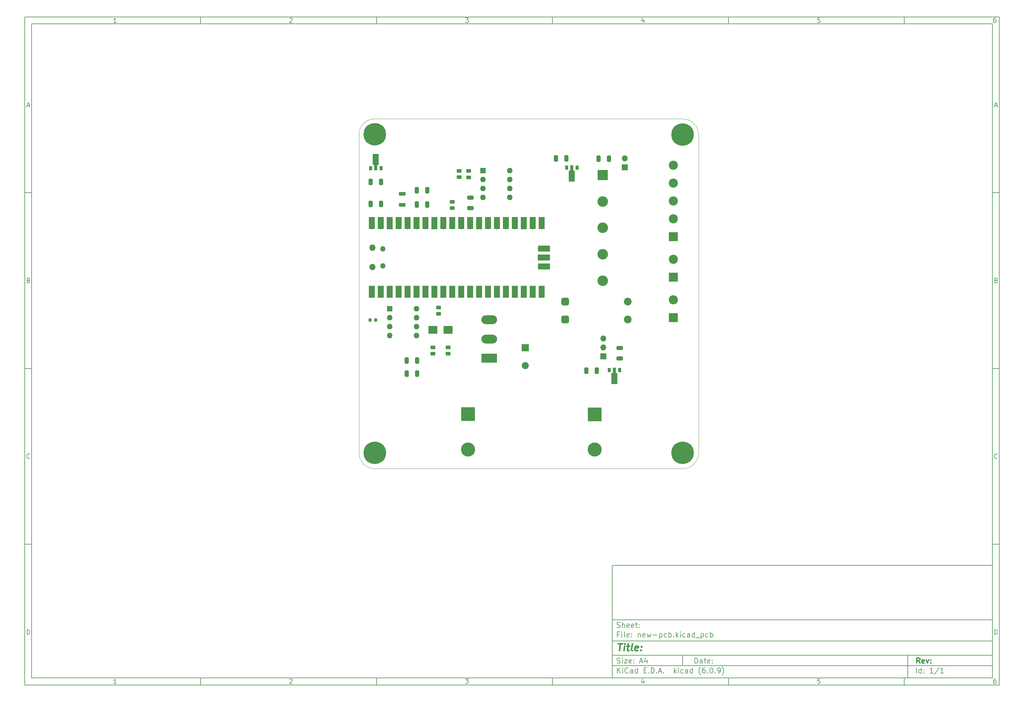
<source format=gbr>
%TF.GenerationSoftware,KiCad,Pcbnew,(6.0.9)*%
%TF.CreationDate,2022-12-24T03:55:53+03:00*%
%TF.ProjectId,new-pcb,6e65772d-7063-4622-9e6b-696361645f70,rev?*%
%TF.SameCoordinates,Original*%
%TF.FileFunction,Soldermask,Top*%
%TF.FilePolarity,Negative*%
%FSLAX46Y46*%
G04 Gerber Fmt 4.6, Leading zero omitted, Abs format (unit mm)*
G04 Created by KiCad (PCBNEW (6.0.9)) date 2022-12-24 03:55:53*
%MOMM*%
%LPD*%
G01*
G04 APERTURE LIST*
G04 Aperture macros list*
%AMRoundRect*
0 Rectangle with rounded corners*
0 $1 Rounding radius*
0 $2 $3 $4 $5 $6 $7 $8 $9 X,Y pos of 4 corners*
0 Add a 4 corners polygon primitive as box body*
4,1,4,$2,$3,$4,$5,$6,$7,$8,$9,$2,$3,0*
0 Add four circle primitives for the rounded corners*
1,1,$1+$1,$2,$3*
1,1,$1+$1,$4,$5*
1,1,$1+$1,$6,$7*
1,1,$1+$1,$8,$9*
0 Add four rect primitives between the rounded corners*
20,1,$1+$1,$2,$3,$4,$5,0*
20,1,$1+$1,$4,$5,$6,$7,0*
20,1,$1+$1,$6,$7,$8,$9,0*
20,1,$1+$1,$8,$9,$2,$3,0*%
%AMFreePoly0*
4,1,9,3.862500,-0.866500,0.737500,-0.866500,0.737500,-0.450000,-0.737500,-0.450000,-0.737500,0.450000,0.737500,0.450000,0.737500,0.866500,3.862500,0.866500,3.862500,-0.866500,3.862500,-0.866500,$1*%
G04 Aperture macros list end*
%ADD10C,0.100000*%
%ADD11C,0.150000*%
%ADD12C,0.300000*%
%ADD13C,0.400000*%
%TA.AperFunction,Profile*%
%ADD14C,0.100000*%
%TD*%
%ADD15R,2.600000X2.600000*%
%ADD16C,2.600000*%
%ADD17O,4.500000X2.500000*%
%ADD18R,4.500000X2.500000*%
%ADD19R,2.000000X2.000000*%
%ADD20O,2.000000X2.000000*%
%ADD21R,1.700000X1.700000*%
%ADD22O,1.700000X1.700000*%
%ADD23RoundRect,0.250000X-0.325000X-0.650000X0.325000X-0.650000X0.325000X0.650000X-0.325000X0.650000X0*%
%ADD24C,6.400000*%
%ADD25RoundRect,0.250000X0.325000X0.650000X-0.325000X0.650000X-0.325000X-0.650000X0.325000X-0.650000X0*%
%ADD26RoundRect,0.250000X-0.450000X0.262500X-0.450000X-0.262500X0.450000X-0.262500X0.450000X0.262500X0*%
%ADD27R,4.000000X4.000000*%
%ADD28C,4.000000*%
%ADD29R,3.500000X1.700000*%
%ADD30R,1.700000X3.500000*%
%ADD31O,1.800000X1.800000*%
%ADD32O,1.500000X1.500000*%
%ADD33RoundRect,0.250000X0.650000X-0.325000X0.650000X0.325000X-0.650000X0.325000X-0.650000X-0.325000X0*%
%ADD34C,2.200000*%
%ADD35RoundRect,0.550000X-0.550000X-0.550000X0.550000X-0.550000X0.550000X0.550000X-0.550000X0.550000X0*%
%ADD36RoundRect,0.250000X0.450000X-0.262500X0.450000X0.262500X-0.450000X0.262500X-0.450000X-0.262500X0*%
%ADD37R,0.900000X1.300000*%
%ADD38FreePoly0,90.000000*%
%ADD39O,1.600000X1.600000*%
%ADD40R,1.600000X1.600000*%
%ADD41RoundRect,0.250000X-0.650000X0.325000X-0.650000X-0.325000X0.650000X-0.325000X0.650000X0.325000X0*%
%ADD42R,2.500000X2.300000*%
%ADD43C,3.000000*%
%ADD44R,3.000000X3.000000*%
%ADD45FreePoly0,270.000000*%
%ADD46RoundRect,0.250000X0.700000X-0.275000X0.700000X0.275000X-0.700000X0.275000X-0.700000X-0.275000X0*%
%ADD47RoundRect,0.200000X-0.200000X-0.275000X0.200000X-0.275000X0.200000X0.275000X-0.200000X0.275000X0*%
G04 APERTURE END LIST*
D10*
D11*
X177002200Y-166007200D02*
X177002200Y-198007200D01*
X285002200Y-198007200D01*
X285002200Y-166007200D01*
X177002200Y-166007200D01*
D10*
D11*
X10000000Y-10000000D02*
X10000000Y-200007200D01*
X287002200Y-200007200D01*
X287002200Y-10000000D01*
X10000000Y-10000000D01*
D10*
D11*
X12000000Y-12000000D02*
X12000000Y-198007200D01*
X285002200Y-198007200D01*
X285002200Y-12000000D01*
X12000000Y-12000000D01*
D10*
D11*
X60000000Y-12000000D02*
X60000000Y-10000000D01*
D10*
D11*
X110000000Y-12000000D02*
X110000000Y-10000000D01*
D10*
D11*
X160000000Y-12000000D02*
X160000000Y-10000000D01*
D10*
D11*
X210000000Y-12000000D02*
X210000000Y-10000000D01*
D10*
D11*
X260000000Y-12000000D02*
X260000000Y-10000000D01*
D10*
D11*
X36065476Y-11588095D02*
X35322619Y-11588095D01*
X35694047Y-11588095D02*
X35694047Y-10288095D01*
X35570238Y-10473809D01*
X35446428Y-10597619D01*
X35322619Y-10659523D01*
D10*
D11*
X85322619Y-10411904D02*
X85384523Y-10350000D01*
X85508333Y-10288095D01*
X85817857Y-10288095D01*
X85941666Y-10350000D01*
X86003571Y-10411904D01*
X86065476Y-10535714D01*
X86065476Y-10659523D01*
X86003571Y-10845238D01*
X85260714Y-11588095D01*
X86065476Y-11588095D01*
D10*
D11*
X135260714Y-10288095D02*
X136065476Y-10288095D01*
X135632142Y-10783333D01*
X135817857Y-10783333D01*
X135941666Y-10845238D01*
X136003571Y-10907142D01*
X136065476Y-11030952D01*
X136065476Y-11340476D01*
X136003571Y-11464285D01*
X135941666Y-11526190D01*
X135817857Y-11588095D01*
X135446428Y-11588095D01*
X135322619Y-11526190D01*
X135260714Y-11464285D01*
D10*
D11*
X185941666Y-10721428D02*
X185941666Y-11588095D01*
X185632142Y-10226190D02*
X185322619Y-11154761D01*
X186127380Y-11154761D01*
D10*
D11*
X236003571Y-10288095D02*
X235384523Y-10288095D01*
X235322619Y-10907142D01*
X235384523Y-10845238D01*
X235508333Y-10783333D01*
X235817857Y-10783333D01*
X235941666Y-10845238D01*
X236003571Y-10907142D01*
X236065476Y-11030952D01*
X236065476Y-11340476D01*
X236003571Y-11464285D01*
X235941666Y-11526190D01*
X235817857Y-11588095D01*
X235508333Y-11588095D01*
X235384523Y-11526190D01*
X235322619Y-11464285D01*
D10*
D11*
X285941666Y-10288095D02*
X285694047Y-10288095D01*
X285570238Y-10350000D01*
X285508333Y-10411904D01*
X285384523Y-10597619D01*
X285322619Y-10845238D01*
X285322619Y-11340476D01*
X285384523Y-11464285D01*
X285446428Y-11526190D01*
X285570238Y-11588095D01*
X285817857Y-11588095D01*
X285941666Y-11526190D01*
X286003571Y-11464285D01*
X286065476Y-11340476D01*
X286065476Y-11030952D01*
X286003571Y-10907142D01*
X285941666Y-10845238D01*
X285817857Y-10783333D01*
X285570238Y-10783333D01*
X285446428Y-10845238D01*
X285384523Y-10907142D01*
X285322619Y-11030952D01*
D10*
D11*
X60000000Y-198007200D02*
X60000000Y-200007200D01*
D10*
D11*
X110000000Y-198007200D02*
X110000000Y-200007200D01*
D10*
D11*
X160000000Y-198007200D02*
X160000000Y-200007200D01*
D10*
D11*
X210000000Y-198007200D02*
X210000000Y-200007200D01*
D10*
D11*
X260000000Y-198007200D02*
X260000000Y-200007200D01*
D10*
D11*
X36065476Y-199595295D02*
X35322619Y-199595295D01*
X35694047Y-199595295D02*
X35694047Y-198295295D01*
X35570238Y-198481009D01*
X35446428Y-198604819D01*
X35322619Y-198666723D01*
D10*
D11*
X85322619Y-198419104D02*
X85384523Y-198357200D01*
X85508333Y-198295295D01*
X85817857Y-198295295D01*
X85941666Y-198357200D01*
X86003571Y-198419104D01*
X86065476Y-198542914D01*
X86065476Y-198666723D01*
X86003571Y-198852438D01*
X85260714Y-199595295D01*
X86065476Y-199595295D01*
D10*
D11*
X135260714Y-198295295D02*
X136065476Y-198295295D01*
X135632142Y-198790533D01*
X135817857Y-198790533D01*
X135941666Y-198852438D01*
X136003571Y-198914342D01*
X136065476Y-199038152D01*
X136065476Y-199347676D01*
X136003571Y-199471485D01*
X135941666Y-199533390D01*
X135817857Y-199595295D01*
X135446428Y-199595295D01*
X135322619Y-199533390D01*
X135260714Y-199471485D01*
D10*
D11*
X185941666Y-198728628D02*
X185941666Y-199595295D01*
X185632142Y-198233390D02*
X185322619Y-199161961D01*
X186127380Y-199161961D01*
D10*
D11*
X236003571Y-198295295D02*
X235384523Y-198295295D01*
X235322619Y-198914342D01*
X235384523Y-198852438D01*
X235508333Y-198790533D01*
X235817857Y-198790533D01*
X235941666Y-198852438D01*
X236003571Y-198914342D01*
X236065476Y-199038152D01*
X236065476Y-199347676D01*
X236003571Y-199471485D01*
X235941666Y-199533390D01*
X235817857Y-199595295D01*
X235508333Y-199595295D01*
X235384523Y-199533390D01*
X235322619Y-199471485D01*
D10*
D11*
X285941666Y-198295295D02*
X285694047Y-198295295D01*
X285570238Y-198357200D01*
X285508333Y-198419104D01*
X285384523Y-198604819D01*
X285322619Y-198852438D01*
X285322619Y-199347676D01*
X285384523Y-199471485D01*
X285446428Y-199533390D01*
X285570238Y-199595295D01*
X285817857Y-199595295D01*
X285941666Y-199533390D01*
X286003571Y-199471485D01*
X286065476Y-199347676D01*
X286065476Y-199038152D01*
X286003571Y-198914342D01*
X285941666Y-198852438D01*
X285817857Y-198790533D01*
X285570238Y-198790533D01*
X285446428Y-198852438D01*
X285384523Y-198914342D01*
X285322619Y-199038152D01*
D10*
D11*
X10000000Y-60000000D02*
X12000000Y-60000000D01*
D10*
D11*
X10000000Y-110000000D02*
X12000000Y-110000000D01*
D10*
D11*
X10000000Y-160000000D02*
X12000000Y-160000000D01*
D10*
D11*
X10690476Y-35216666D02*
X11309523Y-35216666D01*
X10566666Y-35588095D02*
X11000000Y-34288095D01*
X11433333Y-35588095D01*
D10*
D11*
X11092857Y-84907142D02*
X11278571Y-84969047D01*
X11340476Y-85030952D01*
X11402380Y-85154761D01*
X11402380Y-85340476D01*
X11340476Y-85464285D01*
X11278571Y-85526190D01*
X11154761Y-85588095D01*
X10659523Y-85588095D01*
X10659523Y-84288095D01*
X11092857Y-84288095D01*
X11216666Y-84350000D01*
X11278571Y-84411904D01*
X11340476Y-84535714D01*
X11340476Y-84659523D01*
X11278571Y-84783333D01*
X11216666Y-84845238D01*
X11092857Y-84907142D01*
X10659523Y-84907142D01*
D10*
D11*
X11402380Y-135464285D02*
X11340476Y-135526190D01*
X11154761Y-135588095D01*
X11030952Y-135588095D01*
X10845238Y-135526190D01*
X10721428Y-135402380D01*
X10659523Y-135278571D01*
X10597619Y-135030952D01*
X10597619Y-134845238D01*
X10659523Y-134597619D01*
X10721428Y-134473809D01*
X10845238Y-134350000D01*
X11030952Y-134288095D01*
X11154761Y-134288095D01*
X11340476Y-134350000D01*
X11402380Y-134411904D01*
D10*
D11*
X10659523Y-185588095D02*
X10659523Y-184288095D01*
X10969047Y-184288095D01*
X11154761Y-184350000D01*
X11278571Y-184473809D01*
X11340476Y-184597619D01*
X11402380Y-184845238D01*
X11402380Y-185030952D01*
X11340476Y-185278571D01*
X11278571Y-185402380D01*
X11154761Y-185526190D01*
X10969047Y-185588095D01*
X10659523Y-185588095D01*
D10*
D11*
X287002200Y-60000000D02*
X285002200Y-60000000D01*
D10*
D11*
X287002200Y-110000000D02*
X285002200Y-110000000D01*
D10*
D11*
X287002200Y-160000000D02*
X285002200Y-160000000D01*
D10*
D11*
X285692676Y-35216666D02*
X286311723Y-35216666D01*
X285568866Y-35588095D02*
X286002200Y-34288095D01*
X286435533Y-35588095D01*
D10*
D11*
X286095057Y-84907142D02*
X286280771Y-84969047D01*
X286342676Y-85030952D01*
X286404580Y-85154761D01*
X286404580Y-85340476D01*
X286342676Y-85464285D01*
X286280771Y-85526190D01*
X286156961Y-85588095D01*
X285661723Y-85588095D01*
X285661723Y-84288095D01*
X286095057Y-84288095D01*
X286218866Y-84350000D01*
X286280771Y-84411904D01*
X286342676Y-84535714D01*
X286342676Y-84659523D01*
X286280771Y-84783333D01*
X286218866Y-84845238D01*
X286095057Y-84907142D01*
X285661723Y-84907142D01*
D10*
D11*
X286404580Y-135464285D02*
X286342676Y-135526190D01*
X286156961Y-135588095D01*
X286033152Y-135588095D01*
X285847438Y-135526190D01*
X285723628Y-135402380D01*
X285661723Y-135278571D01*
X285599819Y-135030952D01*
X285599819Y-134845238D01*
X285661723Y-134597619D01*
X285723628Y-134473809D01*
X285847438Y-134350000D01*
X286033152Y-134288095D01*
X286156961Y-134288095D01*
X286342676Y-134350000D01*
X286404580Y-134411904D01*
D10*
D11*
X285661723Y-185588095D02*
X285661723Y-184288095D01*
X285971247Y-184288095D01*
X286156961Y-184350000D01*
X286280771Y-184473809D01*
X286342676Y-184597619D01*
X286404580Y-184845238D01*
X286404580Y-185030952D01*
X286342676Y-185278571D01*
X286280771Y-185402380D01*
X286156961Y-185526190D01*
X285971247Y-185588095D01*
X285661723Y-185588095D01*
D10*
D11*
X200434342Y-193785771D02*
X200434342Y-192285771D01*
X200791485Y-192285771D01*
X201005771Y-192357200D01*
X201148628Y-192500057D01*
X201220057Y-192642914D01*
X201291485Y-192928628D01*
X201291485Y-193142914D01*
X201220057Y-193428628D01*
X201148628Y-193571485D01*
X201005771Y-193714342D01*
X200791485Y-193785771D01*
X200434342Y-193785771D01*
X202577200Y-193785771D02*
X202577200Y-193000057D01*
X202505771Y-192857200D01*
X202362914Y-192785771D01*
X202077200Y-192785771D01*
X201934342Y-192857200D01*
X202577200Y-193714342D02*
X202434342Y-193785771D01*
X202077200Y-193785771D01*
X201934342Y-193714342D01*
X201862914Y-193571485D01*
X201862914Y-193428628D01*
X201934342Y-193285771D01*
X202077200Y-193214342D01*
X202434342Y-193214342D01*
X202577200Y-193142914D01*
X203077200Y-192785771D02*
X203648628Y-192785771D01*
X203291485Y-192285771D02*
X203291485Y-193571485D01*
X203362914Y-193714342D01*
X203505771Y-193785771D01*
X203648628Y-193785771D01*
X204720057Y-193714342D02*
X204577200Y-193785771D01*
X204291485Y-193785771D01*
X204148628Y-193714342D01*
X204077200Y-193571485D01*
X204077200Y-193000057D01*
X204148628Y-192857200D01*
X204291485Y-192785771D01*
X204577200Y-192785771D01*
X204720057Y-192857200D01*
X204791485Y-193000057D01*
X204791485Y-193142914D01*
X204077200Y-193285771D01*
X205434342Y-193642914D02*
X205505771Y-193714342D01*
X205434342Y-193785771D01*
X205362914Y-193714342D01*
X205434342Y-193642914D01*
X205434342Y-193785771D01*
X205434342Y-192857200D02*
X205505771Y-192928628D01*
X205434342Y-193000057D01*
X205362914Y-192928628D01*
X205434342Y-192857200D01*
X205434342Y-193000057D01*
D10*
D11*
X177002200Y-194507200D02*
X285002200Y-194507200D01*
D10*
D11*
X178434342Y-196585771D02*
X178434342Y-195085771D01*
X179291485Y-196585771D02*
X178648628Y-195728628D01*
X179291485Y-195085771D02*
X178434342Y-195942914D01*
X179934342Y-196585771D02*
X179934342Y-195585771D01*
X179934342Y-195085771D02*
X179862914Y-195157200D01*
X179934342Y-195228628D01*
X180005771Y-195157200D01*
X179934342Y-195085771D01*
X179934342Y-195228628D01*
X181505771Y-196442914D02*
X181434342Y-196514342D01*
X181220057Y-196585771D01*
X181077200Y-196585771D01*
X180862914Y-196514342D01*
X180720057Y-196371485D01*
X180648628Y-196228628D01*
X180577200Y-195942914D01*
X180577200Y-195728628D01*
X180648628Y-195442914D01*
X180720057Y-195300057D01*
X180862914Y-195157200D01*
X181077200Y-195085771D01*
X181220057Y-195085771D01*
X181434342Y-195157200D01*
X181505771Y-195228628D01*
X182791485Y-196585771D02*
X182791485Y-195800057D01*
X182720057Y-195657200D01*
X182577200Y-195585771D01*
X182291485Y-195585771D01*
X182148628Y-195657200D01*
X182791485Y-196514342D02*
X182648628Y-196585771D01*
X182291485Y-196585771D01*
X182148628Y-196514342D01*
X182077200Y-196371485D01*
X182077200Y-196228628D01*
X182148628Y-196085771D01*
X182291485Y-196014342D01*
X182648628Y-196014342D01*
X182791485Y-195942914D01*
X184148628Y-196585771D02*
X184148628Y-195085771D01*
X184148628Y-196514342D02*
X184005771Y-196585771D01*
X183720057Y-196585771D01*
X183577200Y-196514342D01*
X183505771Y-196442914D01*
X183434342Y-196300057D01*
X183434342Y-195871485D01*
X183505771Y-195728628D01*
X183577200Y-195657200D01*
X183720057Y-195585771D01*
X184005771Y-195585771D01*
X184148628Y-195657200D01*
X186005771Y-195800057D02*
X186505771Y-195800057D01*
X186720057Y-196585771D02*
X186005771Y-196585771D01*
X186005771Y-195085771D01*
X186720057Y-195085771D01*
X187362914Y-196442914D02*
X187434342Y-196514342D01*
X187362914Y-196585771D01*
X187291485Y-196514342D01*
X187362914Y-196442914D01*
X187362914Y-196585771D01*
X188077200Y-196585771D02*
X188077200Y-195085771D01*
X188434342Y-195085771D01*
X188648628Y-195157200D01*
X188791485Y-195300057D01*
X188862914Y-195442914D01*
X188934342Y-195728628D01*
X188934342Y-195942914D01*
X188862914Y-196228628D01*
X188791485Y-196371485D01*
X188648628Y-196514342D01*
X188434342Y-196585771D01*
X188077200Y-196585771D01*
X189577200Y-196442914D02*
X189648628Y-196514342D01*
X189577200Y-196585771D01*
X189505771Y-196514342D01*
X189577200Y-196442914D01*
X189577200Y-196585771D01*
X190220057Y-196157200D02*
X190934342Y-196157200D01*
X190077200Y-196585771D02*
X190577200Y-195085771D01*
X191077200Y-196585771D01*
X191577200Y-196442914D02*
X191648628Y-196514342D01*
X191577200Y-196585771D01*
X191505771Y-196514342D01*
X191577200Y-196442914D01*
X191577200Y-196585771D01*
X194577200Y-196585771D02*
X194577200Y-195085771D01*
X194720057Y-196014342D02*
X195148628Y-196585771D01*
X195148628Y-195585771D02*
X194577200Y-196157200D01*
X195791485Y-196585771D02*
X195791485Y-195585771D01*
X195791485Y-195085771D02*
X195720057Y-195157200D01*
X195791485Y-195228628D01*
X195862914Y-195157200D01*
X195791485Y-195085771D01*
X195791485Y-195228628D01*
X197148628Y-196514342D02*
X197005771Y-196585771D01*
X196720057Y-196585771D01*
X196577200Y-196514342D01*
X196505771Y-196442914D01*
X196434342Y-196300057D01*
X196434342Y-195871485D01*
X196505771Y-195728628D01*
X196577200Y-195657200D01*
X196720057Y-195585771D01*
X197005771Y-195585771D01*
X197148628Y-195657200D01*
X198434342Y-196585771D02*
X198434342Y-195800057D01*
X198362914Y-195657200D01*
X198220057Y-195585771D01*
X197934342Y-195585771D01*
X197791485Y-195657200D01*
X198434342Y-196514342D02*
X198291485Y-196585771D01*
X197934342Y-196585771D01*
X197791485Y-196514342D01*
X197720057Y-196371485D01*
X197720057Y-196228628D01*
X197791485Y-196085771D01*
X197934342Y-196014342D01*
X198291485Y-196014342D01*
X198434342Y-195942914D01*
X199791485Y-196585771D02*
X199791485Y-195085771D01*
X199791485Y-196514342D02*
X199648628Y-196585771D01*
X199362914Y-196585771D01*
X199220057Y-196514342D01*
X199148628Y-196442914D01*
X199077200Y-196300057D01*
X199077200Y-195871485D01*
X199148628Y-195728628D01*
X199220057Y-195657200D01*
X199362914Y-195585771D01*
X199648628Y-195585771D01*
X199791485Y-195657200D01*
X202077200Y-197157200D02*
X202005771Y-197085771D01*
X201862914Y-196871485D01*
X201791485Y-196728628D01*
X201720057Y-196514342D01*
X201648628Y-196157200D01*
X201648628Y-195871485D01*
X201720057Y-195514342D01*
X201791485Y-195300057D01*
X201862914Y-195157200D01*
X202005771Y-194942914D01*
X202077200Y-194871485D01*
X203291485Y-195085771D02*
X203005771Y-195085771D01*
X202862914Y-195157200D01*
X202791485Y-195228628D01*
X202648628Y-195442914D01*
X202577200Y-195728628D01*
X202577200Y-196300057D01*
X202648628Y-196442914D01*
X202720057Y-196514342D01*
X202862914Y-196585771D01*
X203148628Y-196585771D01*
X203291485Y-196514342D01*
X203362914Y-196442914D01*
X203434342Y-196300057D01*
X203434342Y-195942914D01*
X203362914Y-195800057D01*
X203291485Y-195728628D01*
X203148628Y-195657200D01*
X202862914Y-195657200D01*
X202720057Y-195728628D01*
X202648628Y-195800057D01*
X202577200Y-195942914D01*
X204077200Y-196442914D02*
X204148628Y-196514342D01*
X204077200Y-196585771D01*
X204005771Y-196514342D01*
X204077200Y-196442914D01*
X204077200Y-196585771D01*
X205077200Y-195085771D02*
X205220057Y-195085771D01*
X205362914Y-195157200D01*
X205434342Y-195228628D01*
X205505771Y-195371485D01*
X205577200Y-195657200D01*
X205577200Y-196014342D01*
X205505771Y-196300057D01*
X205434342Y-196442914D01*
X205362914Y-196514342D01*
X205220057Y-196585771D01*
X205077200Y-196585771D01*
X204934342Y-196514342D01*
X204862914Y-196442914D01*
X204791485Y-196300057D01*
X204720057Y-196014342D01*
X204720057Y-195657200D01*
X204791485Y-195371485D01*
X204862914Y-195228628D01*
X204934342Y-195157200D01*
X205077200Y-195085771D01*
X206220057Y-196442914D02*
X206291485Y-196514342D01*
X206220057Y-196585771D01*
X206148628Y-196514342D01*
X206220057Y-196442914D01*
X206220057Y-196585771D01*
X207005771Y-196585771D02*
X207291485Y-196585771D01*
X207434342Y-196514342D01*
X207505771Y-196442914D01*
X207648628Y-196228628D01*
X207720057Y-195942914D01*
X207720057Y-195371485D01*
X207648628Y-195228628D01*
X207577200Y-195157200D01*
X207434342Y-195085771D01*
X207148628Y-195085771D01*
X207005771Y-195157200D01*
X206934342Y-195228628D01*
X206862914Y-195371485D01*
X206862914Y-195728628D01*
X206934342Y-195871485D01*
X207005771Y-195942914D01*
X207148628Y-196014342D01*
X207434342Y-196014342D01*
X207577200Y-195942914D01*
X207648628Y-195871485D01*
X207720057Y-195728628D01*
X208220057Y-197157200D02*
X208291485Y-197085771D01*
X208434342Y-196871485D01*
X208505771Y-196728628D01*
X208577200Y-196514342D01*
X208648628Y-196157200D01*
X208648628Y-195871485D01*
X208577200Y-195514342D01*
X208505771Y-195300057D01*
X208434342Y-195157200D01*
X208291485Y-194942914D01*
X208220057Y-194871485D01*
D10*
D11*
X177002200Y-191507200D02*
X285002200Y-191507200D01*
D10*
D12*
X264411485Y-193785771D02*
X263911485Y-193071485D01*
X263554342Y-193785771D02*
X263554342Y-192285771D01*
X264125771Y-192285771D01*
X264268628Y-192357200D01*
X264340057Y-192428628D01*
X264411485Y-192571485D01*
X264411485Y-192785771D01*
X264340057Y-192928628D01*
X264268628Y-193000057D01*
X264125771Y-193071485D01*
X263554342Y-193071485D01*
X265625771Y-193714342D02*
X265482914Y-193785771D01*
X265197200Y-193785771D01*
X265054342Y-193714342D01*
X264982914Y-193571485D01*
X264982914Y-193000057D01*
X265054342Y-192857200D01*
X265197200Y-192785771D01*
X265482914Y-192785771D01*
X265625771Y-192857200D01*
X265697200Y-193000057D01*
X265697200Y-193142914D01*
X264982914Y-193285771D01*
X266197200Y-192785771D02*
X266554342Y-193785771D01*
X266911485Y-192785771D01*
X267482914Y-193642914D02*
X267554342Y-193714342D01*
X267482914Y-193785771D01*
X267411485Y-193714342D01*
X267482914Y-193642914D01*
X267482914Y-193785771D01*
X267482914Y-192857200D02*
X267554342Y-192928628D01*
X267482914Y-193000057D01*
X267411485Y-192928628D01*
X267482914Y-192857200D01*
X267482914Y-193000057D01*
D10*
D11*
X178362914Y-193714342D02*
X178577200Y-193785771D01*
X178934342Y-193785771D01*
X179077200Y-193714342D01*
X179148628Y-193642914D01*
X179220057Y-193500057D01*
X179220057Y-193357200D01*
X179148628Y-193214342D01*
X179077200Y-193142914D01*
X178934342Y-193071485D01*
X178648628Y-193000057D01*
X178505771Y-192928628D01*
X178434342Y-192857200D01*
X178362914Y-192714342D01*
X178362914Y-192571485D01*
X178434342Y-192428628D01*
X178505771Y-192357200D01*
X178648628Y-192285771D01*
X179005771Y-192285771D01*
X179220057Y-192357200D01*
X179862914Y-193785771D02*
X179862914Y-192785771D01*
X179862914Y-192285771D02*
X179791485Y-192357200D01*
X179862914Y-192428628D01*
X179934342Y-192357200D01*
X179862914Y-192285771D01*
X179862914Y-192428628D01*
X180434342Y-192785771D02*
X181220057Y-192785771D01*
X180434342Y-193785771D01*
X181220057Y-193785771D01*
X182362914Y-193714342D02*
X182220057Y-193785771D01*
X181934342Y-193785771D01*
X181791485Y-193714342D01*
X181720057Y-193571485D01*
X181720057Y-193000057D01*
X181791485Y-192857200D01*
X181934342Y-192785771D01*
X182220057Y-192785771D01*
X182362914Y-192857200D01*
X182434342Y-193000057D01*
X182434342Y-193142914D01*
X181720057Y-193285771D01*
X183077200Y-193642914D02*
X183148628Y-193714342D01*
X183077200Y-193785771D01*
X183005771Y-193714342D01*
X183077200Y-193642914D01*
X183077200Y-193785771D01*
X183077200Y-192857200D02*
X183148628Y-192928628D01*
X183077200Y-193000057D01*
X183005771Y-192928628D01*
X183077200Y-192857200D01*
X183077200Y-193000057D01*
X184862914Y-193357200D02*
X185577200Y-193357200D01*
X184720057Y-193785771D02*
X185220057Y-192285771D01*
X185720057Y-193785771D01*
X186862914Y-192785771D02*
X186862914Y-193785771D01*
X186505771Y-192214342D02*
X186148628Y-193285771D01*
X187077200Y-193285771D01*
D10*
D11*
X263434342Y-196585771D02*
X263434342Y-195085771D01*
X264791485Y-196585771D02*
X264791485Y-195085771D01*
X264791485Y-196514342D02*
X264648628Y-196585771D01*
X264362914Y-196585771D01*
X264220057Y-196514342D01*
X264148628Y-196442914D01*
X264077200Y-196300057D01*
X264077200Y-195871485D01*
X264148628Y-195728628D01*
X264220057Y-195657200D01*
X264362914Y-195585771D01*
X264648628Y-195585771D01*
X264791485Y-195657200D01*
X265505771Y-196442914D02*
X265577200Y-196514342D01*
X265505771Y-196585771D01*
X265434342Y-196514342D01*
X265505771Y-196442914D01*
X265505771Y-196585771D01*
X265505771Y-195657200D02*
X265577200Y-195728628D01*
X265505771Y-195800057D01*
X265434342Y-195728628D01*
X265505771Y-195657200D01*
X265505771Y-195800057D01*
X268148628Y-196585771D02*
X267291485Y-196585771D01*
X267720057Y-196585771D02*
X267720057Y-195085771D01*
X267577200Y-195300057D01*
X267434342Y-195442914D01*
X267291485Y-195514342D01*
X269862914Y-195014342D02*
X268577200Y-196942914D01*
X271148628Y-196585771D02*
X270291485Y-196585771D01*
X270720057Y-196585771D02*
X270720057Y-195085771D01*
X270577200Y-195300057D01*
X270434342Y-195442914D01*
X270291485Y-195514342D01*
D10*
D11*
X177002200Y-187507200D02*
X285002200Y-187507200D01*
D10*
D13*
X178714580Y-188211961D02*
X179857438Y-188211961D01*
X179036009Y-190211961D02*
X179286009Y-188211961D01*
X180274104Y-190211961D02*
X180440771Y-188878628D01*
X180524104Y-188211961D02*
X180416961Y-188307200D01*
X180500295Y-188402438D01*
X180607438Y-188307200D01*
X180524104Y-188211961D01*
X180500295Y-188402438D01*
X181107438Y-188878628D02*
X181869342Y-188878628D01*
X181476485Y-188211961D02*
X181262200Y-189926247D01*
X181333628Y-190116723D01*
X181512200Y-190211961D01*
X181702676Y-190211961D01*
X182655057Y-190211961D02*
X182476485Y-190116723D01*
X182405057Y-189926247D01*
X182619342Y-188211961D01*
X184190771Y-190116723D02*
X183988390Y-190211961D01*
X183607438Y-190211961D01*
X183428866Y-190116723D01*
X183357438Y-189926247D01*
X183452676Y-189164342D01*
X183571723Y-188973866D01*
X183774104Y-188878628D01*
X184155057Y-188878628D01*
X184333628Y-188973866D01*
X184405057Y-189164342D01*
X184381247Y-189354819D01*
X183405057Y-189545295D01*
X185155057Y-190021485D02*
X185238390Y-190116723D01*
X185131247Y-190211961D01*
X185047914Y-190116723D01*
X185155057Y-190021485D01*
X185131247Y-190211961D01*
X185286009Y-188973866D02*
X185369342Y-189069104D01*
X185262200Y-189164342D01*
X185178866Y-189069104D01*
X185286009Y-188973866D01*
X185262200Y-189164342D01*
D10*
D11*
X178934342Y-185600057D02*
X178434342Y-185600057D01*
X178434342Y-186385771D02*
X178434342Y-184885771D01*
X179148628Y-184885771D01*
X179720057Y-186385771D02*
X179720057Y-185385771D01*
X179720057Y-184885771D02*
X179648628Y-184957200D01*
X179720057Y-185028628D01*
X179791485Y-184957200D01*
X179720057Y-184885771D01*
X179720057Y-185028628D01*
X180648628Y-186385771D02*
X180505771Y-186314342D01*
X180434342Y-186171485D01*
X180434342Y-184885771D01*
X181791485Y-186314342D02*
X181648628Y-186385771D01*
X181362914Y-186385771D01*
X181220057Y-186314342D01*
X181148628Y-186171485D01*
X181148628Y-185600057D01*
X181220057Y-185457200D01*
X181362914Y-185385771D01*
X181648628Y-185385771D01*
X181791485Y-185457200D01*
X181862914Y-185600057D01*
X181862914Y-185742914D01*
X181148628Y-185885771D01*
X182505771Y-186242914D02*
X182577200Y-186314342D01*
X182505771Y-186385771D01*
X182434342Y-186314342D01*
X182505771Y-186242914D01*
X182505771Y-186385771D01*
X182505771Y-185457200D02*
X182577200Y-185528628D01*
X182505771Y-185600057D01*
X182434342Y-185528628D01*
X182505771Y-185457200D01*
X182505771Y-185600057D01*
X184362914Y-185385771D02*
X184362914Y-186385771D01*
X184362914Y-185528628D02*
X184434342Y-185457200D01*
X184577200Y-185385771D01*
X184791485Y-185385771D01*
X184934342Y-185457200D01*
X185005771Y-185600057D01*
X185005771Y-186385771D01*
X186291485Y-186314342D02*
X186148628Y-186385771D01*
X185862914Y-186385771D01*
X185720057Y-186314342D01*
X185648628Y-186171485D01*
X185648628Y-185600057D01*
X185720057Y-185457200D01*
X185862914Y-185385771D01*
X186148628Y-185385771D01*
X186291485Y-185457200D01*
X186362914Y-185600057D01*
X186362914Y-185742914D01*
X185648628Y-185885771D01*
X186862914Y-185385771D02*
X187148628Y-186385771D01*
X187434342Y-185671485D01*
X187720057Y-186385771D01*
X188005771Y-185385771D01*
X188577200Y-185814342D02*
X189720057Y-185814342D01*
X190434342Y-185385771D02*
X190434342Y-186885771D01*
X190434342Y-185457200D02*
X190577200Y-185385771D01*
X190862914Y-185385771D01*
X191005771Y-185457200D01*
X191077200Y-185528628D01*
X191148628Y-185671485D01*
X191148628Y-186100057D01*
X191077200Y-186242914D01*
X191005771Y-186314342D01*
X190862914Y-186385771D01*
X190577200Y-186385771D01*
X190434342Y-186314342D01*
X192434342Y-186314342D02*
X192291485Y-186385771D01*
X192005771Y-186385771D01*
X191862914Y-186314342D01*
X191791485Y-186242914D01*
X191720057Y-186100057D01*
X191720057Y-185671485D01*
X191791485Y-185528628D01*
X191862914Y-185457200D01*
X192005771Y-185385771D01*
X192291485Y-185385771D01*
X192434342Y-185457200D01*
X193077200Y-186385771D02*
X193077200Y-184885771D01*
X193077200Y-185457200D02*
X193220057Y-185385771D01*
X193505771Y-185385771D01*
X193648628Y-185457200D01*
X193720057Y-185528628D01*
X193791485Y-185671485D01*
X193791485Y-186100057D01*
X193720057Y-186242914D01*
X193648628Y-186314342D01*
X193505771Y-186385771D01*
X193220057Y-186385771D01*
X193077200Y-186314342D01*
X194434342Y-186242914D02*
X194505771Y-186314342D01*
X194434342Y-186385771D01*
X194362914Y-186314342D01*
X194434342Y-186242914D01*
X194434342Y-186385771D01*
X195148628Y-186385771D02*
X195148628Y-184885771D01*
X195291485Y-185814342D02*
X195720057Y-186385771D01*
X195720057Y-185385771D02*
X195148628Y-185957200D01*
X196362914Y-186385771D02*
X196362914Y-185385771D01*
X196362914Y-184885771D02*
X196291485Y-184957200D01*
X196362914Y-185028628D01*
X196434342Y-184957200D01*
X196362914Y-184885771D01*
X196362914Y-185028628D01*
X197720057Y-186314342D02*
X197577200Y-186385771D01*
X197291485Y-186385771D01*
X197148628Y-186314342D01*
X197077200Y-186242914D01*
X197005771Y-186100057D01*
X197005771Y-185671485D01*
X197077200Y-185528628D01*
X197148628Y-185457200D01*
X197291485Y-185385771D01*
X197577200Y-185385771D01*
X197720057Y-185457200D01*
X199005771Y-186385771D02*
X199005771Y-185600057D01*
X198934342Y-185457200D01*
X198791485Y-185385771D01*
X198505771Y-185385771D01*
X198362914Y-185457200D01*
X199005771Y-186314342D02*
X198862914Y-186385771D01*
X198505771Y-186385771D01*
X198362914Y-186314342D01*
X198291485Y-186171485D01*
X198291485Y-186028628D01*
X198362914Y-185885771D01*
X198505771Y-185814342D01*
X198862914Y-185814342D01*
X199005771Y-185742914D01*
X200362914Y-186385771D02*
X200362914Y-184885771D01*
X200362914Y-186314342D02*
X200220057Y-186385771D01*
X199934342Y-186385771D01*
X199791485Y-186314342D01*
X199720057Y-186242914D01*
X199648628Y-186100057D01*
X199648628Y-185671485D01*
X199720057Y-185528628D01*
X199791485Y-185457200D01*
X199934342Y-185385771D01*
X200220057Y-185385771D01*
X200362914Y-185457200D01*
X200720057Y-186528628D02*
X201862914Y-186528628D01*
X202220057Y-185385771D02*
X202220057Y-186885771D01*
X202220057Y-185457200D02*
X202362914Y-185385771D01*
X202648628Y-185385771D01*
X202791485Y-185457200D01*
X202862914Y-185528628D01*
X202934342Y-185671485D01*
X202934342Y-186100057D01*
X202862914Y-186242914D01*
X202791485Y-186314342D01*
X202648628Y-186385771D01*
X202362914Y-186385771D01*
X202220057Y-186314342D01*
X204220057Y-186314342D02*
X204077200Y-186385771D01*
X203791485Y-186385771D01*
X203648628Y-186314342D01*
X203577200Y-186242914D01*
X203505771Y-186100057D01*
X203505771Y-185671485D01*
X203577200Y-185528628D01*
X203648628Y-185457200D01*
X203791485Y-185385771D01*
X204077200Y-185385771D01*
X204220057Y-185457200D01*
X204862914Y-186385771D02*
X204862914Y-184885771D01*
X204862914Y-185457200D02*
X205005771Y-185385771D01*
X205291485Y-185385771D01*
X205434342Y-185457200D01*
X205505771Y-185528628D01*
X205577200Y-185671485D01*
X205577200Y-186100057D01*
X205505771Y-186242914D01*
X205434342Y-186314342D01*
X205291485Y-186385771D01*
X205005771Y-186385771D01*
X204862914Y-186314342D01*
D10*
D11*
X177002200Y-181507200D02*
X285002200Y-181507200D01*
D10*
D11*
X178362914Y-183614342D02*
X178577200Y-183685771D01*
X178934342Y-183685771D01*
X179077200Y-183614342D01*
X179148628Y-183542914D01*
X179220057Y-183400057D01*
X179220057Y-183257200D01*
X179148628Y-183114342D01*
X179077200Y-183042914D01*
X178934342Y-182971485D01*
X178648628Y-182900057D01*
X178505771Y-182828628D01*
X178434342Y-182757200D01*
X178362914Y-182614342D01*
X178362914Y-182471485D01*
X178434342Y-182328628D01*
X178505771Y-182257200D01*
X178648628Y-182185771D01*
X179005771Y-182185771D01*
X179220057Y-182257200D01*
X179862914Y-183685771D02*
X179862914Y-182185771D01*
X180505771Y-183685771D02*
X180505771Y-182900057D01*
X180434342Y-182757200D01*
X180291485Y-182685771D01*
X180077200Y-182685771D01*
X179934342Y-182757200D01*
X179862914Y-182828628D01*
X181791485Y-183614342D02*
X181648628Y-183685771D01*
X181362914Y-183685771D01*
X181220057Y-183614342D01*
X181148628Y-183471485D01*
X181148628Y-182900057D01*
X181220057Y-182757200D01*
X181362914Y-182685771D01*
X181648628Y-182685771D01*
X181791485Y-182757200D01*
X181862914Y-182900057D01*
X181862914Y-183042914D01*
X181148628Y-183185771D01*
X183077200Y-183614342D02*
X182934342Y-183685771D01*
X182648628Y-183685771D01*
X182505771Y-183614342D01*
X182434342Y-183471485D01*
X182434342Y-182900057D01*
X182505771Y-182757200D01*
X182648628Y-182685771D01*
X182934342Y-182685771D01*
X183077200Y-182757200D01*
X183148628Y-182900057D01*
X183148628Y-183042914D01*
X182434342Y-183185771D01*
X183577200Y-182685771D02*
X184148628Y-182685771D01*
X183791485Y-182185771D02*
X183791485Y-183471485D01*
X183862914Y-183614342D01*
X184005771Y-183685771D01*
X184148628Y-183685771D01*
X184648628Y-183542914D02*
X184720057Y-183614342D01*
X184648628Y-183685771D01*
X184577200Y-183614342D01*
X184648628Y-183542914D01*
X184648628Y-183685771D01*
X184648628Y-182757200D02*
X184720057Y-182828628D01*
X184648628Y-182900057D01*
X184577200Y-182828628D01*
X184648628Y-182757200D01*
X184648628Y-182900057D01*
D10*
D12*
D10*
D11*
D10*
D11*
D10*
D11*
D10*
D11*
D10*
D11*
X197002200Y-191507200D02*
X197002200Y-194507200D01*
D10*
D11*
X261002200Y-191507200D02*
X261002200Y-198007200D01*
D14*
X201500000Y-43500000D02*
G75*
G03*
X197000000Y-39000000I-4500000J0D01*
G01*
X109500000Y-39000000D02*
G75*
G03*
X105000000Y-43500000I0J-4500000D01*
G01*
X105000000Y-134000000D02*
G75*
G03*
X109500000Y-138500000I4500000J0D01*
G01*
X197000000Y-138500000D02*
G75*
G03*
X201500000Y-134000000I0J4500000D01*
G01*
X109500000Y-138500000D02*
X197000000Y-138500000D01*
X105000000Y-43500000D02*
X105000000Y-134000000D01*
X197000000Y-39000000D02*
X109500000Y-39000000D01*
X201500000Y-134000000D02*
X201500000Y-43500000D01*
D15*
%TO.C,J2*%
X194300000Y-84000000D03*
D16*
X194300000Y-78920000D03*
%TD*%
D15*
%TO.C,J5*%
X194300000Y-95545000D03*
D16*
X194300000Y-90465000D03*
%TD*%
D17*
%TO.C,Q1*%
X142020000Y-96150000D03*
X142020000Y-101600000D03*
D18*
X142020000Y-107050000D03*
%TD*%
D19*
%TO.C,D2*%
X152255000Y-104060000D03*
D20*
X152255000Y-109140000D03*
%TD*%
D21*
%TO.C,J4*%
X174425000Y-106570000D03*
D22*
X174425000Y-104030000D03*
X174425000Y-101490000D03*
%TD*%
D15*
%TO.C,J1*%
X194300000Y-72500000D03*
D16*
X194300000Y-67420000D03*
X194300000Y-62340000D03*
X194300000Y-57260000D03*
X194300000Y-52180000D03*
%TD*%
D23*
%TO.C,C8*%
X118575000Y-111450000D03*
X121525000Y-111450000D03*
%TD*%
D24*
%TO.C,H3*%
X197000000Y-134000000D03*
%TD*%
D25*
%TO.C,C4*%
X111275000Y-56900000D03*
X108325000Y-56900000D03*
%TD*%
D26*
%TO.C,R4*%
X127650000Y-92637500D03*
X127650000Y-94462500D03*
%TD*%
D27*
%TO.C,C6*%
X172000000Y-123069501D03*
D28*
X172000000Y-133069501D03*
%TD*%
D24*
%TO.C,H2*%
X197000000Y-43500000D03*
%TD*%
D26*
%TO.C,R6*%
X133500000Y-53775000D03*
X133500000Y-55600000D03*
%TD*%
D29*
%TO.C,U1*%
X157600000Y-75860000D03*
D22*
X156700000Y-75860000D03*
D29*
X157600000Y-78400000D03*
D21*
X156700000Y-78400000D03*
D29*
X157600000Y-80940000D03*
D22*
X156700000Y-80940000D03*
D30*
X108670000Y-68610000D03*
D22*
X108670000Y-69510000D03*
X111210000Y-69510000D03*
D30*
X111210000Y-68610000D03*
X113750000Y-68610000D03*
D21*
X113750000Y-69510000D03*
D22*
X116290000Y-69510000D03*
D30*
X116290000Y-68610000D03*
D22*
X118830000Y-69510000D03*
D30*
X118830000Y-68610000D03*
X121370000Y-68610000D03*
D22*
X121370000Y-69510000D03*
X123910000Y-69510000D03*
D30*
X123910000Y-68610000D03*
X126450000Y-68610000D03*
D21*
X126450000Y-69510000D03*
D22*
X128990000Y-69510000D03*
D30*
X128990000Y-68610000D03*
D22*
X131530000Y-69510000D03*
D30*
X131530000Y-68610000D03*
X134070000Y-68610000D03*
D22*
X134070000Y-69510000D03*
D30*
X136610000Y-68610000D03*
D22*
X136610000Y-69510000D03*
D30*
X139150000Y-68610000D03*
D21*
X139150000Y-69510000D03*
D30*
X141690000Y-68610000D03*
D22*
X141690000Y-69510000D03*
D30*
X144230000Y-68610000D03*
D22*
X144230000Y-69510000D03*
X146770000Y-69510000D03*
D30*
X146770000Y-68610000D03*
D22*
X149310000Y-69510000D03*
D30*
X149310000Y-68610000D03*
X151850000Y-68610000D03*
D21*
X151850000Y-69510000D03*
D22*
X154390000Y-69510000D03*
D30*
X154390000Y-68610000D03*
D22*
X156930000Y-69510000D03*
D30*
X156930000Y-68610000D03*
X156930000Y-88190000D03*
D22*
X156930000Y-87290000D03*
X154390000Y-87290000D03*
D30*
X154390000Y-88190000D03*
D21*
X151850000Y-87290000D03*
D30*
X151850000Y-88190000D03*
X149310000Y-88190000D03*
D22*
X149310000Y-87290000D03*
D30*
X146770000Y-88190000D03*
D22*
X146770000Y-87290000D03*
D30*
X144230000Y-88190000D03*
D22*
X144230000Y-87290000D03*
D30*
X141690000Y-88190000D03*
D22*
X141690000Y-87290000D03*
D30*
X139150000Y-88190000D03*
D21*
X139150000Y-87290000D03*
D30*
X136610000Y-88190000D03*
D22*
X136610000Y-87290000D03*
X134070000Y-87290000D03*
D30*
X134070000Y-88190000D03*
X131530000Y-88190000D03*
D22*
X131530000Y-87290000D03*
X128990000Y-87290000D03*
D30*
X128990000Y-88190000D03*
X126450000Y-88190000D03*
D21*
X126450000Y-87290000D03*
D30*
X123910000Y-88190000D03*
D22*
X123910000Y-87290000D03*
X121370000Y-87290000D03*
D30*
X121370000Y-88190000D03*
X118830000Y-88190000D03*
D22*
X118830000Y-87290000D03*
D30*
X116290000Y-88190000D03*
D22*
X116290000Y-87290000D03*
D30*
X113750000Y-88190000D03*
D21*
X113750000Y-87290000D03*
D30*
X111210000Y-88190000D03*
D22*
X111210000Y-87290000D03*
D30*
X108670000Y-88190000D03*
D22*
X108670000Y-87290000D03*
D31*
X108800000Y-81125000D03*
X108800000Y-75675000D03*
D32*
X111830000Y-75975000D03*
X111830000Y-80825000D03*
%TD*%
D25*
%TO.C,C10*%
X161025000Y-50200000D03*
X163975000Y-50200000D03*
%TD*%
D33*
%TO.C,C12*%
X179100000Y-107100000D03*
X179100000Y-104150000D03*
%TD*%
D34*
%TO.C,F1*%
X181400000Y-91000000D03*
X181400000Y-96000000D03*
D35*
X163600000Y-96000000D03*
X163600000Y-91000000D03*
%TD*%
D36*
%TO.C,R5*%
X136200000Y-55625000D03*
X136200000Y-53800000D03*
%TD*%
D37*
%TO.C,U2*%
X111300000Y-52987500D03*
D38*
X109800000Y-52900000D03*
D37*
X108300000Y-52987500D03*
%TD*%
D39*
%TO.C,U6*%
X147820000Y-53700000D03*
X147820000Y-56240000D03*
X147820000Y-58780000D03*
X147820000Y-61320000D03*
X140200000Y-61320000D03*
X140200000Y-58780000D03*
X140200000Y-56240000D03*
D40*
X140200000Y-53700000D03*
%TD*%
D41*
%TO.C,C13*%
X136700000Y-61425000D03*
X136700000Y-64375000D03*
%TD*%
D25*
%TO.C,C11*%
X173100000Y-50300000D03*
X176050000Y-50300000D03*
%TD*%
D28*
%TO.C,C7*%
X136000000Y-133000000D03*
D27*
X136000000Y-123000000D03*
%TD*%
D42*
%TO.C,D3*%
X126000000Y-99000000D03*
X130300000Y-99000000D03*
%TD*%
D24*
%TO.C,H1*%
X109500000Y-43400000D03*
%TD*%
D43*
%TO.C,D1*%
X174300000Y-85000000D03*
X174300000Y-77500000D03*
X174300000Y-70000000D03*
X174300000Y-62500000D03*
D44*
X174300000Y-55000000D03*
%TD*%
D23*
%TO.C,C1*%
X124375000Y-59300000D03*
X121425000Y-59300000D03*
%TD*%
D37*
%TO.C,U5*%
X164000000Y-52850000D03*
D45*
X165500000Y-52937500D03*
D37*
X167000000Y-52850000D03*
%TD*%
D26*
%TO.C,R3*%
X130300000Y-103975000D03*
X130300000Y-105800000D03*
%TD*%
D23*
%TO.C,C2*%
X121425000Y-63400000D03*
X124375000Y-63400000D03*
%TD*%
D25*
%TO.C,C5*%
X108325000Y-63200000D03*
X111275000Y-63200000D03*
%TD*%
D46*
%TO.C,L1*%
X117300000Y-60325000D03*
X117300000Y-63475000D03*
%TD*%
D36*
%TO.C,R7*%
X131500000Y-64412500D03*
X131500000Y-62587500D03*
%TD*%
D25*
%TO.C,C3*%
X172575000Y-110600000D03*
X169625000Y-110600000D03*
%TD*%
D39*
%TO.C,U3*%
X121320000Y-92950000D03*
X121320000Y-95490000D03*
X121320000Y-98030000D03*
X121320000Y-100570000D03*
X113700000Y-100570000D03*
X113700000Y-98030000D03*
X113700000Y-95490000D03*
D40*
X113700000Y-92950000D03*
%TD*%
D37*
%TO.C,U4*%
X179100000Y-110450000D03*
D45*
X177600000Y-110537500D03*
D37*
X176100000Y-110450000D03*
%TD*%
D26*
%TO.C,R2*%
X126000000Y-105812500D03*
X126000000Y-103987500D03*
%TD*%
D23*
%TO.C,C9*%
X118575000Y-107750000D03*
X121525000Y-107750000D03*
%TD*%
D47*
%TO.C,R1*%
X108150000Y-96200000D03*
X109800000Y-96200000D03*
%TD*%
D22*
%TO.C,J3*%
X180500000Y-50260000D03*
D21*
X180500000Y-52800000D03*
%TD*%
D24*
%TO.C,H4*%
X109500000Y-134000000D03*
%TD*%
M02*

</source>
